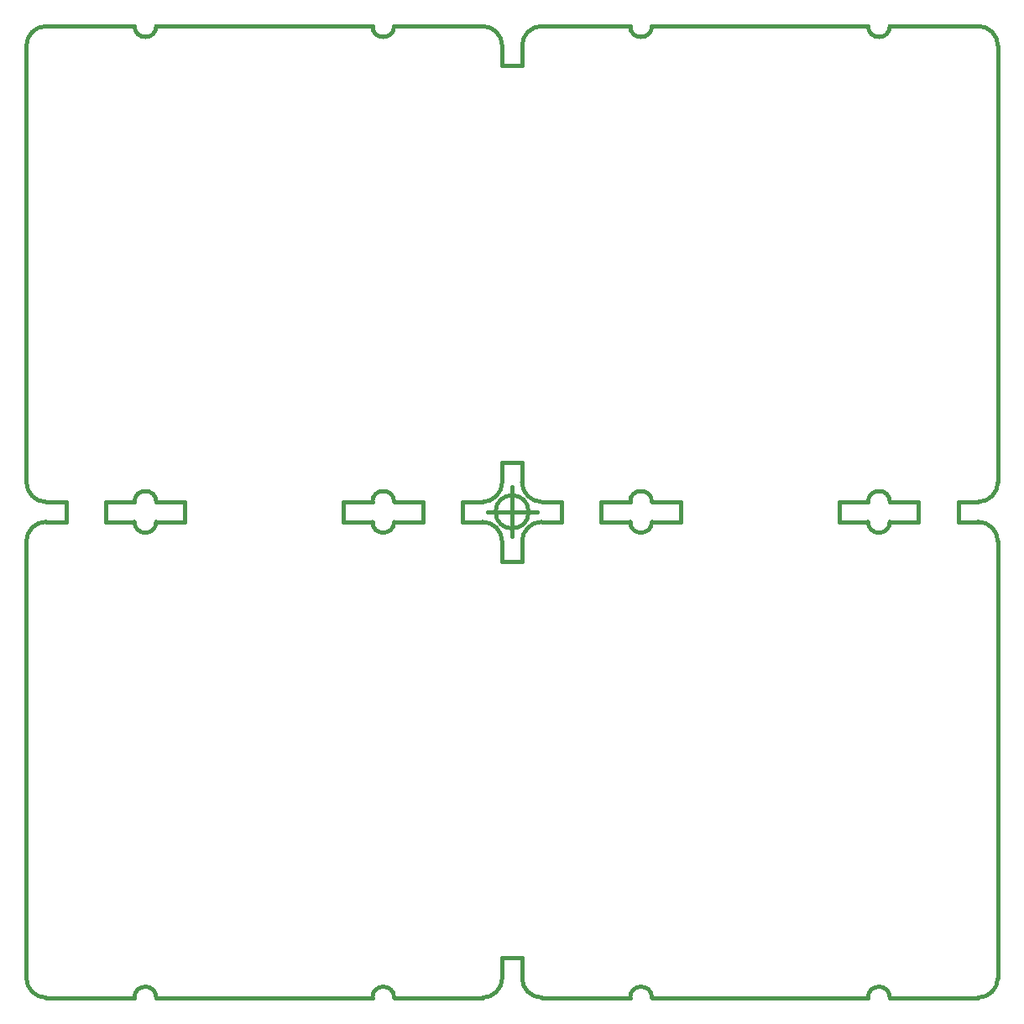
<source format=gbr>
%TF.GenerationSoftware,KiCad,Pcbnew,5.1.8*%
%TF.CreationDate,2020-11-10T00:50:46+08:00*%
%TF.ProjectId,FMESC-1-A-v0.2,464d4553-432d-4312-9d41-2d76302e322e,v0.2*%
%TF.SameCoordinates,Original*%
%TF.FileFunction,Profile,NP*%
%FSLAX46Y46*%
G04 Gerber Fmt 4.6, Leading zero omitted, Abs format (unit mm)*
G04 Created by KiCad (PCBNEW 5.1.8) date 2020-11-10 00:50:46*
%MOMM*%
%LPD*%
G01*
G04 APERTURE LIST*
%TA.AperFunction,Profile*%
%ADD10C,0.400000*%
%TD*%
G04 APERTURE END LIST*
D10*
X91666666Y-90000000D02*
G75*
G03*
X91666666Y-90000000I-1666666J0D01*
G01*
X87500000Y-90000000D02*
X92500000Y-90000000D01*
X90000000Y-87500000D02*
X90000000Y-92500000D01*
X41000000Y-85000000D02*
X41000000Y-45000000D01*
X41000000Y-135000000D02*
X41000000Y-95000000D01*
X49000000Y-139000000D02*
X45000000Y-139000000D01*
X73000000Y-139000000D02*
X57000000Y-139000000D01*
X85000000Y-139000000D02*
X81000000Y-139000000D01*
X99000000Y-139000000D02*
X95000000Y-139000000D01*
X123000000Y-139000000D02*
X107000000Y-139000000D01*
X135000000Y-139000000D02*
X131000000Y-139000000D01*
X139000000Y-95000000D02*
X139000000Y-135000000D01*
X139000000Y-45000000D02*
X139000000Y-85000000D01*
X131000000Y-41000000D02*
X135000000Y-41000000D01*
X107000000Y-41000000D02*
X123000000Y-41000000D01*
X95000000Y-41000000D02*
X99000000Y-41000000D01*
X81000000Y-41000000D02*
X85000000Y-41000000D01*
X57000000Y-41000000D02*
X73000000Y-41000000D01*
X45000000Y-41000000D02*
X49000000Y-41000000D01*
X89000000Y-135000000D02*
X91000000Y-135000000D01*
X139000000Y-93000000D02*
X139000000Y-95000000D01*
X89000000Y-93000000D02*
X89000000Y-95000000D01*
X139000000Y-43000000D02*
X139000000Y-45000000D01*
X131000000Y-89000000D02*
X131000000Y-91000000D01*
X95000000Y-89000000D02*
X95000000Y-91000000D01*
X99000000Y-89000000D02*
X99000000Y-91000000D01*
X101900000Y-91000000D02*
X99000000Y-91000000D01*
X51900000Y-91000000D02*
X49000000Y-91000000D01*
X101900000Y-41000000D02*
X99000000Y-41000000D01*
X104100000Y-139000000D02*
X107000000Y-139000000D01*
X54100000Y-139000000D02*
X57000000Y-139000000D01*
X104100000Y-89000000D02*
X107000000Y-89000000D01*
X128100000Y-139000000D02*
X131000000Y-139000000D01*
X78100000Y-139000000D02*
X81000000Y-139000000D01*
X128100000Y-89000000D02*
X131000000Y-89000000D01*
X91000000Y-93000000D02*
X91000000Y-95000000D01*
X41000000Y-93000000D02*
X41000000Y-95000000D01*
X91000000Y-43000000D02*
X91000000Y-45000000D01*
X89000000Y-95000000D02*
X91000000Y-95000000D01*
X128100000Y-91000000D02*
X131000000Y-91000000D01*
X78100000Y-91000000D02*
X81000000Y-91000000D01*
X128100000Y-41000000D02*
X131000000Y-41000000D01*
X139000000Y-137000000D02*
X139000000Y-135000000D01*
X89000000Y-137000000D02*
X89000000Y-135000000D01*
X139000000Y-87000000D02*
X139000000Y-85000000D01*
X123000000Y-91000000D02*
X125900000Y-91000000D01*
X73000000Y-91000000D02*
X75900000Y-91000000D01*
X123000000Y-41000000D02*
X125900000Y-41000000D01*
X125900000Y-139000000D02*
X123000000Y-139000000D01*
X75900000Y-139000000D02*
X73000000Y-139000000D01*
X125900000Y-89000000D02*
X123000000Y-89000000D01*
X91000000Y-93000000D02*
G75*
G02*
X93000000Y-91000000I2000000J0D01*
G01*
X41000000Y-93000000D02*
G75*
G02*
X43000000Y-91000000I2000000J0D01*
G01*
X91000000Y-43000000D02*
G75*
G02*
X93000000Y-41000000I2000000J0D01*
G01*
X137000000Y-91000000D02*
G75*
G02*
X139000000Y-93000000I0J-2000000D01*
G01*
X87000000Y-91000000D02*
G75*
G02*
X89000000Y-93000000I0J-2000000D01*
G01*
X137000000Y-41000000D02*
G75*
G02*
X139000000Y-43000000I0J-2000000D01*
G01*
X93000000Y-139000000D02*
G75*
G02*
X91000000Y-137000000I0J2000000D01*
G01*
X43000000Y-139000000D02*
G75*
G02*
X41000000Y-137000000I0J2000000D01*
G01*
X93000000Y-89000000D02*
G75*
G02*
X91000000Y-87000000I0J2000000D01*
G01*
X139000000Y-137000000D02*
G75*
G02*
X137000000Y-139000000I-2000000J0D01*
G01*
X89000000Y-137000000D02*
G75*
G02*
X87000000Y-139000000I-2000000J0D01*
G01*
X139000000Y-87000000D02*
G75*
G02*
X137000000Y-89000000I-2000000J0D01*
G01*
X93000000Y-139000000D02*
X95000000Y-139000000D01*
X43000000Y-139000000D02*
X45000000Y-139000000D01*
X93000000Y-89000000D02*
X95000000Y-89000000D01*
X137000000Y-139000000D02*
X135000000Y-139000000D01*
X87000000Y-139000000D02*
X85000000Y-139000000D01*
X137000000Y-89000000D02*
X135000000Y-89000000D01*
X93000000Y-91000000D02*
X95000000Y-91000000D01*
X43000000Y-91000000D02*
X45000000Y-91000000D01*
X93000000Y-41000000D02*
X95000000Y-41000000D01*
X137000000Y-91000000D02*
X135000000Y-91000000D01*
X87000000Y-91000000D02*
X85000000Y-91000000D01*
X137000000Y-41000000D02*
X135000000Y-41000000D01*
X104100000Y-91000000D02*
G75*
G02*
X101900000Y-91000000I-1100000J0D01*
G01*
X54100000Y-91000000D02*
G75*
G02*
X51900000Y-91000000I-1100000J0D01*
G01*
X104100000Y-41000000D02*
G75*
G02*
X101900000Y-41000000I-1100000J0D01*
G01*
X128100000Y-91000000D02*
G75*
G02*
X125900000Y-91000000I-1100000J0D01*
G01*
X78100000Y-91000000D02*
G75*
G02*
X75900000Y-91000000I-1100000J0D01*
G01*
X128100000Y-41000000D02*
G75*
G02*
X125900000Y-41000000I-1100000J0D01*
G01*
X101900000Y-139000000D02*
G75*
G02*
X104100000Y-139000000I1100000J0D01*
G01*
X51900000Y-139000000D02*
G75*
G02*
X54100000Y-139000000I1100000J0D01*
G01*
X101900000Y-89000000D02*
G75*
G02*
X104100000Y-89000000I1100000J0D01*
G01*
X125900000Y-139000000D02*
G75*
G02*
X128100000Y-139000000I1100000J0D01*
G01*
X75900000Y-139000000D02*
G75*
G02*
X78100000Y-139000000I1100000J0D01*
G01*
X125900000Y-89000000D02*
G75*
G02*
X128100000Y-89000000I1100000J0D01*
G01*
X135000000Y-89000000D02*
X135000000Y-91000000D01*
X107000000Y-89000000D02*
X107000000Y-91000000D01*
X123000000Y-89000000D02*
X123000000Y-91000000D01*
X91000000Y-137000000D02*
X91000000Y-135000000D01*
X41000000Y-137000000D02*
X41000000Y-135000000D01*
X91000000Y-87000000D02*
X91000000Y-85000000D01*
X104100000Y-91000000D02*
X107000000Y-91000000D01*
X54100000Y-91000000D02*
X57000000Y-91000000D01*
X104100000Y-41000000D02*
X107000000Y-41000000D01*
X101900000Y-139000000D02*
X99000000Y-139000000D01*
X51900000Y-139000000D02*
X49000000Y-139000000D01*
X101900000Y-89000000D02*
X99000000Y-89000000D01*
X89000000Y-85000000D02*
X91000000Y-85000000D01*
X89000000Y-45000000D02*
X91000000Y-45000000D01*
X89000000Y-43000000D02*
X89000000Y-45000000D01*
X41000000Y-43000000D02*
X41000000Y-45000000D01*
X89000000Y-87000000D02*
X89000000Y-85000000D01*
X41000000Y-87000000D02*
X41000000Y-85000000D01*
X85000000Y-89000000D02*
X85000000Y-91000000D01*
X81000000Y-89000000D02*
X81000000Y-91000000D01*
X73000000Y-89000000D02*
X73000000Y-91000000D01*
X49000000Y-89000000D02*
X49000000Y-91000000D01*
X45000000Y-89000000D02*
X45000000Y-91000000D01*
X57000000Y-89000000D02*
X57000000Y-91000000D01*
X51900000Y-89000000D02*
X49000000Y-89000000D01*
X54100000Y-89000000D02*
X57000000Y-89000000D01*
X78100000Y-89000000D02*
X81000000Y-89000000D01*
X51900000Y-41000000D02*
X49000000Y-41000000D01*
X54100000Y-41000000D02*
X57000000Y-41000000D01*
X78100000Y-41000000D02*
X81000000Y-41000000D01*
X75900000Y-89000000D02*
G75*
G02*
X78100000Y-89000000I1100000J0D01*
G01*
X51900000Y-89000000D02*
G75*
G02*
X54100000Y-89000000I1100000J0D01*
G01*
X78100000Y-41000000D02*
G75*
G02*
X75900000Y-41000000I-1100000J0D01*
G01*
X54100000Y-41000000D02*
G75*
G02*
X51900000Y-41000000I-1100000J0D01*
G01*
X87000000Y-41000000D02*
X85000000Y-41000000D01*
X43000000Y-41000000D02*
X45000000Y-41000000D01*
X87000000Y-89000000D02*
X85000000Y-89000000D01*
X43000000Y-89000000D02*
X45000000Y-89000000D01*
X89000000Y-87000000D02*
G75*
G02*
X87000000Y-89000000I-2000000J0D01*
G01*
X43000000Y-89000000D02*
G75*
G02*
X41000000Y-87000000I0J2000000D01*
G01*
X87000000Y-41000000D02*
G75*
G02*
X89000000Y-43000000I0J-2000000D01*
G01*
X41000000Y-43000000D02*
G75*
G02*
X43000000Y-41000000I2000000J0D01*
G01*
X75900000Y-89000000D02*
X73000000Y-89000000D01*
X73000000Y-41000000D02*
X75900000Y-41000000D01*
M02*

</source>
